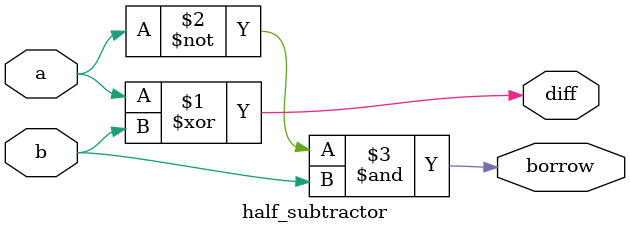
<source format=v>
module half_subtractor(a, b,diff, borrow);
    input a, b;
    output diff, borrow;
	 
    assign diff = a ^ b;          
    assign borrow = ~a & b;        

endmodule

</source>
